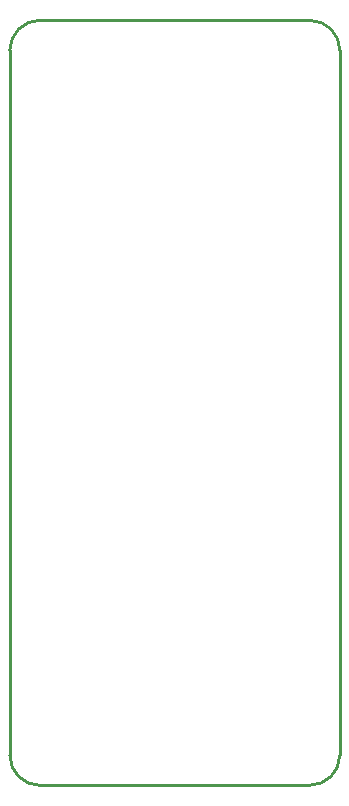
<source format=gbr>
G04 #@! TF.GenerationSoftware,KiCad,Pcbnew,(5.1.2)-1*
G04 #@! TF.CreationDate,2020-03-02T19:29:20-06:00*
G04 #@! TF.ProjectId,NanoBreakoutBoard_Rev1_2020,4e616e6f-4272-4656-916b-6f7574426f61,rev?*
G04 #@! TF.SameCoordinates,Original*
G04 #@! TF.FileFunction,Profile,NP*
%FSLAX46Y46*%
G04 Gerber Fmt 4.6, Leading zero omitted, Abs format (unit mm)*
G04 Created by KiCad (PCBNEW (5.1.2)-1) date 2020-03-02 19:29:20*
%MOMM*%
%LPD*%
G04 APERTURE LIST*
%ADD10C,0.254000*%
G04 APERTURE END LIST*
D10*
X144780000Y-146050000D02*
G75*
G02X142240000Y-143510000I0J2540000D01*
G01*
X170180000Y-143510000D02*
G75*
G02X167640000Y-146050000I-2540000J0D01*
G01*
X142240000Y-83820000D02*
G75*
G02X144780000Y-81280000I2540000J0D01*
G01*
X167640000Y-81280000D02*
G75*
G02X170180000Y-83820000I0J-2540000D01*
G01*
X170180000Y-83820000D02*
X170180000Y-143510000D01*
X144780000Y-81280000D02*
X167640000Y-81280000D01*
X142240000Y-143510000D02*
X142240000Y-83820000D01*
X167640000Y-146050000D02*
X144780000Y-146050000D01*
M02*

</source>
